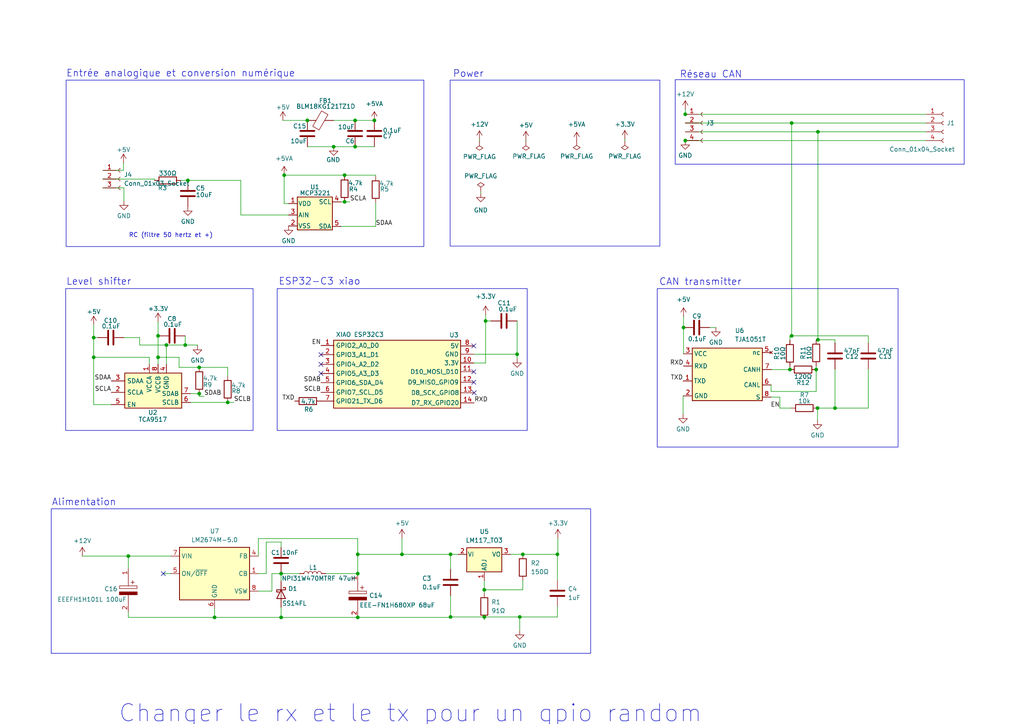
<source format=kicad_sch>
(kicad_sch (version 20230121) (generator eeschema)
  (paper "A4")
  (title_block (title "Formule SAE module CAN SCH") (date "2024-02-26") (rev "1.0") (company "Cégep de Sherbrooke") (comment 1 "Carl-Dominic Aubin") (comment 2 "Mamoune Benmensour"))
  (lib_symbols
    (symbol "Analog_ADC:MCP3201" (pin_names (offset 0.762))
      (property "Reference" "U2" (at 1.778 -6.35 0))
      (property "Value" "TCA9517" (at 1.778 -8.382 0))
      (symbol "MCP3201_0_0"
        (polyline (pts (xy -6.35 0) (xy -6.35 5.08) (xy 10.16 5.08) (xy 10.16 -5.08) (xy -6.35 -5.08) (xy -6.35 0)) (stroke (width 0.254)) (fill (type background)))
      )
      (symbol "MCP3201_1_1"
        (pin input line (at 0.762 7.62 270) (length 2.54) (name "VCCA") (number "1"))
        (pin input line (at -10.287 -0.508 0) (length 3.81) (name "SCLA") (number "2"))
        (pin input line (at -10.287 2.794 0) (length 3.81) (name "SDAA") (number "3"))
        (pin input line (at 5.715 7.62 270) (length 2.54) (name "GND") (number "4"))
        (pin input line (at -10.287 -4.064 0) (length 3.81) (name "EN") (number "5"))
        (pin output line (at 12.7 -3.429 180) (length 2.54) (name "SCLB") (number "6"))
        (pin output line (at 12.7 -0.889 180) (length 2.54) (name "SDAB") (number "7"))
        (pin input line (at 3.302 7.62 270) (length 2.54) (name "VCCB") (number "8"))
      )
    )
    (symbol "Conn_01x03_Socket_1" (pin_names (offset 1.016) hide)
      (property "Reference" "J" (at 0 5.08 0))
      (property "Value" "Conn_01x03_Socket" (at 0 -5.08 0))
      (symbol "Conn_01x03_Socket_1_1_1"
        (arc (start 0 -2.032) (mid -0.5058 -2.54) (end 0 -3.048) (stroke (width 0.1524)))
        (polyline (pts (xy -1.27 -2.54) (xy -0.508 -2.54)) (stroke (width 0.1524)))
        (polyline (pts (xy -1.27 0) (xy -0.508 0)) (stroke (width 0.1524)))
        (polyline (pts (xy -1.27 2.54) (xy -0.508 2.54)) (stroke (width 0.1524)))
        (arc (start 0 0.508) (mid -0.5058 0) (end 0 -0.508) (stroke (width 0.1524)))
        (arc (start 0 3.048) (mid -0.5058 2.54) (end 0 2.032) (stroke (width 0.1524)))
        (pin passive line (at -5.08 2.54 0) (length 3.81) (name "Pin_1") (number "1"))
        (pin passive line (at -5.08 0 0) (length 3.81) (name "Pin_2") (number "2"))
        (pin passive line (at -5.08 -2.54 0) (length 3.81) (name "Pin_3") (number "3"))
      )
    )
    (symbol "Connector:Conn_01x04_Socket" (pin_names (offset 1.016) hide)
      (property "Reference" "J" (at 0 5.08 0))
      (property "Value" "Conn_01x04_Socket" (at 0 -7.62 0))
      (symbol "Conn_01x04_Socket_1_1"
        (arc (start 0 -4.572) (mid -0.5058 -5.08) (end 0 -5.588) (stroke (width 0.1524)))
        (arc (start 0 -2.032) (mid -0.5058 -2.54) (end 0 -3.048) (stroke (width 0.1524)))
        (polyline (pts (xy -1.27 -5.08) (xy -0.508 -5.08)) (stroke (width 0.1524)))
        (polyline (pts (xy -1.27 -2.54) (xy -0.508 -2.54)) (stroke (width 0.1524)))
        (polyline (pts (xy -1.27 0) (xy -0.508 0)) (stroke (width 0.1524)))
        (polyline (pts (xy -1.27 2.54) (xy -0.508 2.54)) (stroke (width 0.1524)))
        (arc (start 0 0.508) (mid -0.5058 0) (end 0 -0.508) (stroke (width 0.1524)))
        (arc (start 0 3.048) (mid -0.5058 2.54) (end 0 2.032) (stroke (width 0.1524)))
        (pin passive line (at -5.08 2.54 0) (length 3.81) (name "Pin_1") (number "1"))
        (pin passive line (at -5.08 0 0) (length 3.81) (name "Pin_2") (number "2"))
        (pin passive line (at -5.08 -2.54 0) (length 3.81) (name "Pin_3") (number "3"))
        (pin passive line (at -5.08 -5.08 0) (length 3.81) (name "Pin_4") (number "4"))
      )
    )
    (symbol "Device:C" (pin_numbers hide) (pin_names (offset 0.254))
      (property "Reference" "C" (at 0.635 2.54 0))
      (property "Value" "C" (at 0.635 -2.54 0))
      (symbol "C_0_1"
        (polyline (pts (xy -2.032 -0.762) (xy 2.032 -0.762)) (stroke (width 0.508)))
        (polyline (pts (xy -2.032 0.762) (xy 2.032 0.762)) (stroke (width 0.508)))
      )
      (symbol "C_1_1"
        (pin passive line (at 0 3.81 270) (length 2.794) (name "~") (number "1"))
        (pin passive line (at 0 -3.81 90) (length 2.794) (name "~") (number "2"))
      )
    )
    (symbol "Device:FerriteBead" (pin_numbers hide) (pin_names (offset 0))
      (property "Reference" "FB" (at -3.81 0.635 90))
      (property "Value" "FerriteBead" (at 3.81 0 90))
      (symbol "FerriteBead_0_1"
        (polyline (pts (xy 0 -1.27) (xy 0 -1.2192)))
        (polyline (pts (xy 0 1.27) (xy 0 1.2954)))
        (polyline (pts (xy -2.7686 0.4064) (xy -1.7018 2.2606) (xy 2.7686 -0.3048) (xy 1.6764 -2.159) (xy -2.7686 0.4064)))
      )
      (symbol "FerriteBead_1_1"
        (pin passive line (at 0 3.81 270) (length 2.54) (name "~") (number "1"))
        (pin passive line (at 0 -3.81 90) (length 2.54) (name "~") (number "2"))
      )
    )
    (symbol "Device:L" (pin_numbers hide) (pin_names (offset 1.016) hide)
      (property "Reference" "L" (at -1.27 0 90))
      (property "Value" "L" (at 1.905 0 90))
      (symbol "L_0_1"
        (arc (start 0 -2.54) (mid 0.6323 -1.905) (end 0 -1.27))
        (arc (start 0 -1.27) (mid 0.6323 -0.635) (end 0 0))
        (arc (start 0 0) (mid 0.6323 0.635) (end 0 1.27))
        (arc (start 0 1.27) (mid 0.6323 1.905) (end 0 2.54))
      )
      (symbol "L_1_1"
        (pin passive line (at 0 3.81 270) (length 1.27) (name "1") (number "1"))
        (pin passive line (at 0 -3.81 90) (length 1.27) (name "2") (number "2"))
      )
    )
    (symbol "Device:R" (pin_numbers hide) (pin_names (offset 0))
      (property "Reference" "R" (at 2.032 0 90))
      (property "Value" "R" (at 0 0 90))
      (symbol "R_0_1"
        (rectangle (start -1.016 -2.54) (end 1.016 2.54) (stroke (width 0.254)))
      )
      (symbol "R_1_1"
        (pin passive line (at 0 3.81 270) (length 1.27) (name "~") (number "1"))
        (pin passive line (at 0 -3.81 90) (length 1.27) (name "~") (number "2"))
      )
    )
    (symbol "Diode:1N5820" (pin_numbers hide) (pin_names (offset 1.016) hide)
      (property "Reference" "D" (at 0 2.54 0))
      (property "Value" "1N5820" (at 0 -2.54 0))
      (symbol "1N5820_0_1"
        (polyline (pts (xy 1.27 0) (xy -1.27 0)))
        (polyline (pts (xy 1.27 1.27) (xy 1.27 -1.27) (xy -1.27 0) (xy 1.27 1.27)) (stroke (width 0.254)))
        (polyline (pts (xy -1.905 0.635) (xy -1.905 1.27) (xy -1.27 1.27) (xy -1.27 -1.27) (xy -0.635 -1.27) (xy -0.635 -0.635)) (stroke (width 0.254)))
      )
      (symbol "1N5820_1_1"
        (pin passive line (at -3.81 0 0) (length 2.54) (name "K") (number "1"))
        (pin passive line (at 3.81 0 180) (length 2.54) (name "A") (number "2"))
      )
    )
    (symbol "EEEFH1H101L:EEEFH1H101L" (pin_names (offset 0.762))
      (property "Reference" "C" (at 8.89 6.35 0))
      (property "Value" "EEEFH1H101L" (at 8.89 3.81 0))
      (symbol "EEEFH1H101L_0_0"
        (pin passive line (at 0 0 0) (length 2.54) (name "~") (number "1"))
        (pin passive line (at 12.7 0 180) (length 2.54) (name "~") (number "2"))
      )
      (symbol "EEEFH1H101L_0_1"
        (polyline (pts (xy 2.54 0) (xy 5.08 0)) (stroke (width 0.1524)))
        (polyline (pts (xy 4.064 1.778) (xy 4.064 0.762)) (stroke (width 0.1524)))
        (polyline (pts (xy 4.572 1.27) (xy 3.556 1.27)) (stroke (width 0.1524)))
        (polyline (pts (xy 7.62 0) (xy 10.16 0)) (stroke (width 0.1524)))
        (polyline (pts (xy 5.08 2.54) (xy 5.08 -2.54) (xy 5.842 -2.54) (xy 5.842 2.54) (xy 5.08 2.54)) (stroke (width 0.1524)))
        (polyline (pts (xy 7.62 2.54) (xy 7.62 -2.54) (xy 6.858 -2.54) (xy 6.858 2.54) (xy 7.62 2.54)) (stroke (width 0.254)) (fill (type outline)))
      )
    )
    (symbol "MCU_Microchip_PIC16:PIC16F18344-xSL"
      (property "Reference" "U3" (at 11.557 -12.573 0))
      (property "Value" "XIAO ESP32C3" (at -21.336 -12.446 0))
      (symbol "PIC16F18344-xSL_1_1"
        (rectangle (start -21.971 -14.097) (end 14.859 -33.782) (stroke (width 0.254)) (fill (type background)))
        (pin bidirectional line (at -25.654 -15.621 0) (length 3.81) (name "GPIO2_A0_D0") (number "1"))
        (pin bidirectional line (at 18.669 -20.701 180) (length 3.81) (name "3.3V") (number "10"))
        (pin bidirectional line (at 18.669 -23.241 180) (length 3.81) (name "D10_MOSI_D10") (number "11"))
        (pin bidirectional line (at 18.669 -26.289 180) (length 3.81) (name "D9_MISO_GPIO9") (number "12"))
        (pin bidirectional line (at 18.796 -29.337 180) (length 3.81) (name "D8_SCK_GPIO8") (number "13"))
        (pin bidirectional line (at 18.796 -32.258 180) (length 3.81) (name "D7_RX_GPIO20") (number "14"))
        (pin bidirectional line (at -25.654 -18.288 0) (length 3.81) (name "GPIO3_A1_D1") (number "2"))
        (pin bidirectional line (at -25.654 -21.082 0) (length 3.81) (name "GPIO4_A2_D2") (number "3"))
        (pin bidirectional line (at -25.654 -23.749 0) (length 3.81) (name "GPIO5_A3_D3") (number "4"))
        (pin bidirectional line (at -25.654 -26.416 0) (length 3.81) (name "GPIO6_SDA_D4") (number "5"))
        (pin bidirectional line (at -25.654 -29.21 0) (length 3.81) (name "GPIO7_SCL_D5") (number "6"))
        (pin bidirectional line (at -25.654 -31.75 0) (length 3.81) (name "GPIO21_TX_D6") (number "7"))
        (pin bidirectional line (at 18.669 -15.748 180) (length 3.81) (name "5V") (number "8"))
        (pin bidirectional line (at 18.669 -18.161 180) (length 3.81) (name "GND") (number "9"))
      )
    )
    (symbol "Regulator_Controller:UC3842_SOIC8"
      (property "Reference" "U6" (at 2.1941 12.7 0))
      (property "Value" "TJA1051T" (at 2.1941 10.16 0))
      (symbol "UC3842_SOIC8_0_1"
        (rectangle (start -10.16 7.62) (end 10.16 -7.62) (stroke (width 0.254)) (fill (type background)))
      )
      (symbol "UC3842_SOIC8_1_1"
        (pin input line (at -12.827 -1.905 0) (length 2.54) (name "TXD") (number "1"))
        (pin power_in line (at -12.7 -6.223 0) (length 2.54) (name "GND") (number "2"))
        (pin power_in line (at -12.7 5.969 0) (length 2.54) (name "VCC") (number "3"))
        (pin input line (at -12.7 2.413 0) (length 2.54) (name "RXD") (number "4"))
        (pin no_connect line (at 12.7 6.35 180) (length 2.54) (name "nc") (number "5"))
        (pin output line (at 12.7 -3.048 180) (length 2.54) (name "CANL") (number "6"))
        (pin output line (at 12.827 1.397 180) (length 2.54) (name "CANH") (number "7"))
        (pin input line (at 12.7 -6.604 180) (length 2.54) (name "S") (number "8"))
      )
    )
    (symbol "Regulator_Linear:LD3985G27R_TSOT23" (pin_names (offset 0.254))
      (property "Reference" "U1" (at 0 7.366 0))
      (property "Value" "MCP3221" (at 0.127 5.588 0))
      (symbol "LD3985G27R_TSOT23_0_1"
        (rectangle (start -5.08 4.445) (end 5.08 -5.08) (stroke (width 0.254)) (fill (type background)))
      )
      (symbol "LD3985G27R_TSOT23_1_1"
        (pin input line (at -7.62 2.54 0) (length 2.54) (name "VDD") (number "1"))
        (pin input line (at -7.62 -3.937 0) (length 2.54) (name "VSS") (number "2"))
        (pin input line (at -7.62 -0.762 0) (length 2.54) (name "AIN") (number "3"))
        (pin input line (at 7.62 3.048 180) (length 2.54) (name "SCL") (number "4"))
        (pin input line (at 7.62 -4.064 180) (length 2.54) (name "SDA") (number "5"))
      )
    )
    (symbol "Regulator_Linear:LM117_TO3" (pin_names (offset 0.254))
      (property "Reference" "U5" (at 0 6.604 0))
      (property "Value" "LM117_TO3" (at 0 4.064 0))
      (symbol "LM117_TO3_0_1"
        (rectangle (start -5.08 1.905) (end 5.08 -5.08) (stroke (width 0.254)) (fill (type background)))
      )
      (symbol "LM117_TO3_1_1"
        (pin input line (at 0 -7.62 90) (length 2.54) (name "ADJ") (number "1"))
        (pin input line (at -7.62 0 0) (length 2.54) (name "VI") (number "2"))
        (pin input line (at 7.62 0 180) (length 2.54) (name "VO") (number "3"))
      )
    )
    (symbol "Regulator_Switching:LM2674M-5.0"
      (property "Reference" "U7" (at 0 12.319 0))
      (property "Value" "LM2674M-5.0" (at 0 9.779 0))
      (symbol "LM2674M-5.0_0_1"
        (rectangle (start -10.16 7.62) (end 10.16 -7.62) (stroke (width 0.254)) (fill (type background)))
      )
      (symbol "LM2674M-5.0_1_1"
        (pin input line (at 12.7 0 180) (length 2.54) (name "CB") (number "1"))
        (pin no_connect line (at -10.16 -2.54 0) (length 2.54) hide (name "NC") (number "2"))
        (pin no_connect line (at -10.16 -5.08 0) (length 2.54) hide (name "NC") (number "3"))
        (pin input line (at 12.7 5.08 180) (length 2.54) (name "FB") (number "4"))
        (pin input line (at -12.7 0 0) (length 2.54) (name "ON/~{OFF}") (number "5"))
        (pin input line (at 0 -10.16 90) (length 2.54) (name "GND") (number "6"))
        (pin input line (at -12.7 5.08 0) (length 2.54) (name "VIN") (number "7"))
        (pin output line (at 12.7 -5.08 180) (length 2.54) (name "VSW") (number "8"))
      )
    )
    (symbol "power:+12V" (power) (pin_names (offset 0))
      (property "Value" "+12V" (at 0 3.556 0))
      (symbol "+12V_0_1"
        (polyline (pts (xy -0.762 1.27) (xy 0 2.54)))
        (polyline (pts (xy 0 0) (xy 0 2.54)))
        (polyline (pts (xy 0 2.54) (xy 0.762 1.27)))
      )
      (symbol "+12V_1_1"
        (pin power_in line (at 0 0 90) (length 0) hide (name "+12V") (number "1"))
      )
    )
    (symbol "power:+3.3V" (power) (pin_names (offset 0))
      (property "Value" "+3.3V" (at 0 3.556 0))
      (symbol "+3.3V_0_1"
        (polyline (pts (xy -0.762 1.27) (xy 0 2.54)))
        (polyline (pts (xy 0 0) (xy 0 2.54)))
        (polyline (pts (xy 0 2.54) (xy 0.762 1.27)))
      )
      (symbol "+3.3V_1_1"
        (pin power_in line (at 0 0 90) (length 0) hide (name "+3.3V") (number "1"))
      )
    )
    (symbol "power:+5V" (power) (pin_names (offset 0))
      (property "Value" "+5V" (at 0 3.556 0))
      (symbol "+5V_0_1"
        (polyline (pts (xy -0.762 1.27) (xy 0 2.54)))
        (polyline (pts (xy 0 0) (xy 0 2.54)))
        (polyline (pts (xy 0 2.54) (xy 0.762 1.27)))
      )
      (symbol "+5V_1_1"
        (pin power_in line (at 0 0 90) (length 0) hide (name "+5V") (number "1"))
      )
    )
    (symbol "power:+5VA" (power) (pin_names (offset 0))
      (property "Value" "+5VA" (at 0 3.556 0))
      (symbol "+5VA_0_1"
        (polyline (pts (xy -0.762 1.27) (xy 0 2.54)))
        (polyline (pts (xy 0 0) (xy 0 2.54)))
        (polyline (pts (xy 0 2.54) (xy 0.762 1.27)))
      )
      (symbol "+5VA_1_1"
        (pin power_in line (at 0 0 90) (length 0) hide (name "+5VA") (number "1"))
      )
    )
    (symbol "power:GND" (power) (pin_names (offset 0))
      (property "Value" "GND" (at 0 -3.81 0))
      (symbol "GND_0_1"
        (polyline (pts (xy 0 0) (xy 0 -1.27) (xy 1.27 -1.27) (xy 0 -2.54) (xy -1.27 -1.27) (xy 0 -1.27)))
      )
      (symbol "GND_1_1"
        (pin power_in line (at 0 0 270) (length 0) hide (name "GND") (number "1"))
      )
    )
    (symbol "power:PWR_FLAG" (power) (pin_numbers hide) (pin_names (offset 0) hide)
      (property "Value" "PWR_FLAG" (at 0 3.81 0))
      (symbol "PWR_FLAG_0_0"
        (pin power_out line (at 0 0 90) (length 0) (name "pwr") (number "1"))
      )
      (symbol "PWR_FLAG_0_1"
        (polyline (pts (xy 0 0) (xy 0 1.27) (xy -1.016 1.905) (xy 0 2.54) (xy 1.016 1.905) (xy 0 1.27)))
      )
    )
  )
  (junction (at 229.108 107.188))
  (junction (at 198.755 33.147))
  (junction (at 89.154 34.925))
  (junction (at 116.586 160.782))
  (junction (at 198.247 94.996))
  (junction (at 103.759 166.37))
  (junction (at 57.785 106.553))
  (junction (at 237.236 98.552))
  (junction (at 57.785 114.173))
  (junction (at 102.997 34.925))
  (junction (at 103.759 179.07))
  (junction (at 62.23 179.07))
  (junction (at 140.462 178.943))
  (junction (at 81.534 179.07))
  (junction (at 140.843 93.091))
  (junction (at 229.616 97.409))
  (junction (at 99.949 50.8))
  (junction (at 27.178 103.632))
  (junction (at 27.178 97.917))
  (junction (at 151.638 160.782))
  (junction (at 96.774 42.545))
  (junction (at 82.423 50.8))
  (junction (at 149.987 102.743))
  (junction (at 45.847 103.632))
  (junction (at 81.534 166.37))
  (junction (at 53.721 100.076))
  (junction (at 161.671 160.782))
  (junction (at 150.749 178.943))
  (junction (at 102.997 42.545))
  (junction (at 236.728 107.188))
  (junction (at 103.759 160.782))
  (junction (at 242.189 118.364))
  (junction (at 54.483 52.324))
  (junction (at 37.211 161.29))
  (junction (at 45.847 97.409))
  (junction (at 130.683 178.943))
  (junction (at 229.616 35.687))
  (junction (at 99.949 58.547))
  (junction (at 48.26 100.076))
  (junction (at 237.236 38.227))
  (junction (at 198.755 40.767))
  (junction (at 140.462 171.069))
  (junction (at 66.04 116.713))
  (junction (at 108.585 34.925))
  (junction (at 130.683 160.782))
  (junction (at 237.109 118.364))
  (no_connect (at 137.541 113.919))
  (no_connect (at 93.091 108.331))
  (no_connect (at 137.414 107.823))
  (no_connect (at 93.091 102.87))
  (no_connect (at 137.414 110.871))
  (no_connect (at 137.414 100.33))
  (no_connect (at 47.371 166.37))
  (no_connect (at 93.091 105.664))
  (wire (pts (xy 37.211 161.29) (xy 37.211 164.846)))
  (wire (pts (xy 35.941 97.917) (xy 40.513 97.917)))
  (wire (pts (xy 62.23 176.53) (xy 62.23 179.07)))
  (wire (pts (xy 69.85 62.357) (xy 69.85 52.324)))
  (wire (pts (xy 46.101 97.409) (xy 45.847 97.409)))
  (wire (pts (xy 102.997 34.925) (xy 108.585 34.925)))
  (wire (pts (xy 140.462 171.069) (xy 151.638 171.069)))
  (wire (pts (xy 237.236 38.227) (xy 268.605 38.227)))
  (wire (pts (xy 130.683 179.07) (xy 130.683 178.943)))
  (wire (pts (xy 139.446 55.499) (xy 139.446 56.007)))
  (wire (pts (xy 108.966 51.181) (xy 108.966 50.8)))
  (wire (pts (xy 140.843 93.091) (xy 140.843 105.283)))
  (wire (pts (xy 140.843 91.313) (xy 140.843 93.091)))
  (wire (pts (xy 51.943 106.553) (xy 57.785 106.553)))
  (wire (pts (xy 78.867 171.45) (xy 78.867 166.37)))
  (wire (pts (xy 130.683 160.782) (xy 132.842 160.782)))
  (wire (pts (xy 35.941 54.483) (xy 29.845 54.483)))
  (wire (pts (xy 116.586 160.782) (xy 130.683 160.782)))
  (wire (pts (xy 198.247 114.808) (xy 198.12 114.808)))
  (wire (pts (xy 140.462 178.943) (xy 150.749 178.943)))
  (wire (pts (xy 74.93 156.21) (xy 103.759 156.21)))
  (wire (pts (xy 29.845 51.943) (xy 44.831 51.943)))
  (wire (pts (xy 44.831 51.943) (xy 44.831 52.324)))
  (wire (pts (xy 77.216 157.226) (xy 81.534 157.226)))
  (wire (pts (xy 236.728 106.172) (xy 236.728 107.188)))
  (wire (pts (xy 140.462 168.402) (xy 140.462 171.069)))
  (wire (pts (xy 116.586 156.083) (xy 116.586 160.782)))
  (wire (pts (xy 49.53 166.37) (xy 47.371 166.37)))
  (wire (pts (xy 27.178 117.348) (xy 27.178 103.632)))
  (wire (pts (xy 108.966 58.801) (xy 108.966 65.659)))
  (wire (pts (xy 181.229 40.386) (xy 181.229 40.894)))
  (wire (pts (xy 37.211 179.07) (xy 62.23 179.07)))
  (wire (pts (xy 130.683 178.943) (xy 130.683 172.72)))
  (wire (pts (xy 226.187 115.189) (xy 226.187 118.364)))
  (wire (pts (xy 198.247 94.996) (xy 198.247 102.616)))
  (wire (pts (xy 57.277 100.076) (xy 57.277 100.203)))
  (wire (pts (xy 51.943 106.553) (xy 51.943 103.632)))
  (wire (pts (xy 223.647 113.538) (xy 223.647 111.633)))
  (wire (pts (xy 148.082 160.782) (xy 151.638 160.782)))
  (wire (pts (xy 130.683 165.1) (xy 130.683 160.782)))
  (wire (pts (xy 251.841 97.409) (xy 229.616 97.409)))
  (wire (pts (xy 53.721 97.409) (xy 53.721 100.076)))
  (wire (pts (xy 67.818 116.713) (xy 66.04 116.713)))
  (wire (pts (xy 237.109 121.92) (xy 237.109 118.364)))
  (wire (pts (xy 103.759 156.21) (xy 103.759 160.782)))
  (wire (pts (xy 140.843 105.283) (xy 137.414 105.283)))
  (wire (pts (xy 48.26 100.076) (xy 53.721 100.076)))
  (wire (pts (xy 51.943 103.632) (xy 45.847 103.632)))
  (wire (pts (xy 229.616 35.687) (xy 268.605 35.687)))
  (wire (pts (xy 198.12 114.808) (xy 198.12 120.142)))
  (wire (pts (xy 27.178 103.632) (xy 43.307 103.632)))
  (wire (pts (xy 207.645 94.996) (xy 205.867 94.996)))
  (wire (pts (xy 96.774 42.545) (xy 102.997 42.545)))
  (wire (pts (xy 81.534 157.226) (xy 81.534 158.75)))
  (wire (pts (xy 74.93 166.37) (xy 77.216 166.37)))
  (wire (pts (xy 150.749 178.943) (xy 150.749 182.88)))
  (wire (pts (xy 161.671 175.895) (xy 161.671 178.943)))
  (wire (pts (xy 236.728 107.188) (xy 236.728 113.538)))
  (wire (pts (xy 74.93 161.29) (xy 74.93 156.21)))
  (wire (pts (xy 237.236 38.227) (xy 237.236 98.552)))
  (wire (pts (xy 69.85 52.324) (xy 54.483 52.324)))
  (wire (pts (xy 198.755 40.767) (xy 268.605 40.767)))
  (wire (pts (xy 161.798 160.782) (xy 161.671 160.782)))
  (wire (pts (xy 103.759 160.782) (xy 103.759 166.37)))
  (wire (pts (xy 142.367 93.091) (xy 140.843 93.091)))
  (wire (pts (xy 130.683 178.943) (xy 140.462 178.943)))
  (wire (pts (xy 161.798 156.083) (xy 161.798 160.782)))
  (wire (pts (xy 81.534 166.37) (xy 81.534 168.529)))
  (wire (pts (xy 103.759 160.782) (xy 116.586 160.782)))
  (wire (pts (xy 223.647 113.538) (xy 236.728 113.538)))
  (wire (pts (xy 98.933 65.659) (xy 108.966 65.659)))
  (wire (pts (xy 198.755 38.227) (xy 237.236 38.227)))
  (wire (pts (xy 35.814 47.244) (xy 35.814 49.403)))
  (wire (pts (xy 27.178 97.917) (xy 27.178 103.632)))
  (wire (pts (xy 150.749 178.943) (xy 161.671 178.943)))
  (wire (pts (xy 140.462 171.069) (xy 140.462 172.085)))
  (wire (pts (xy 45.847 97.409) (xy 45.847 103.632)))
  (wire (pts (xy 45.847 93.345) (xy 45.847 97.409)))
  (wire (pts (xy 229.489 118.364) (xy 226.187 118.364)))
  (wire (pts (xy 35.941 54.483) (xy 35.941 58.293)))
  (wire (pts (xy 82.423 50.8) (xy 99.949 50.8)))
  (wire (pts (xy 82.042 34.925) (xy 89.154 34.925)))
  (wire (pts (xy 198.755 33.147) (xy 268.605 33.147)))
  (wire (pts (xy 27.178 97.917) (xy 28.321 97.917)))
  (wire (pts (xy 151.638 171.069) (xy 151.638 168.402)))
  (wire (pts (xy 140.462 179.705) (xy 140.462 178.943)))
  (wire (pts (xy 251.841 118.364) (xy 242.189 118.364)))
  (wire (pts (xy 94.488 166.37) (xy 103.759 166.37)))
  (wire (pts (xy 237.109 118.364) (xy 242.189 118.364)))
  (wire (pts (xy 48.26 100.076) (xy 48.26 105.664)))
  (wire (pts (xy 66.04 109.093) (xy 66.04 106.553)))
  (wire (pts (xy 82.423 50.8) (xy 82.423 59.055)))
  (wire (pts (xy 99.949 50.8) (xy 108.966 50.8)))
  (wire (pts (xy 229.616 35.687) (xy 229.616 97.409)))
  (wire (pts (xy 152.527 40.64) (xy 152.527 41.021)))
  (wire (pts (xy 102.997 42.545) (xy 108.585 42.545)))
  (wire (pts (xy 229.616 97.409) (xy 229.108 97.409)))
  (wire (pts (xy 81.534 176.149) (xy 81.534 179.07)))
  (wire (pts (xy 83.693 62.357) (xy 69.85 62.357)))
  (wire (pts (xy 57.785 114.935) (xy 59.182 114.935)))
  (wire (pts (xy 53.721 100.076) (xy 57.277 100.076)))
  (wire (pts (xy 45.847 103.632) (xy 45.847 105.664)))
  (wire (pts (xy 101.473 58.547) (xy 99.949 58.547)))
  (wire (pts (xy 27.178 117.348) (xy 32.258 117.348)))
  (wire (pts (xy 137.414 102.743) (xy 149.987 102.743)))
  (wire (pts (xy 198.755 35.687) (xy 229.616 35.687)))
  (wire (pts (xy 149.987 102.743) (xy 149.987 104.013)))
  (wire (pts (xy 161.671 168.275) (xy 161.671 160.782)))
  (wire (pts (xy 57.785 114.173) (xy 57.785 114.935)))
  (wire (pts (xy 242.189 99.441) (xy 242.189 98.552)))
  (wire (pts (xy 40.513 100.076) (xy 48.26 100.076)))
  (wire (pts (xy 198.755 31.75) (xy 198.755 33.147)))
  (wire (pts (xy 57.785 114.173) (xy 55.245 114.173)))
  (wire (pts (xy 198.247 91.821) (xy 198.247 94.996)))
  (wire (pts (xy 77.216 166.37) (xy 77.216 157.226)))
  (wire (pts (xy 229.108 106.299) (xy 229.108 107.188)))
  (wire (pts (xy 251.841 107.061) (xy 251.841 118.364)))
  (wire (pts (xy 66.04 106.553) (xy 57.785 106.553)))
  (wire (pts (xy 52.451 52.324) (xy 54.483 52.324)))
  (wire (pts (xy 149.987 93.091) (xy 149.987 102.743)))
  (wire (pts (xy 23.876 161.29) (xy 37.211 161.29)))
  (wire (pts (xy 37.211 179.07) (xy 37.211 177.546)))
  (wire (pts (xy 229.108 97.409) (xy 229.108 98.679)))
  (wire (pts (xy 40.513 97.917) (xy 40.513 100.076)))
  (wire (pts (xy 103.759 179.07) (xy 130.683 179.07)))
  (wire (pts (xy 27.178 94.234) (xy 27.178 97.917)))
  (wire (pts (xy 81.534 166.37) (xy 86.868 166.37)))
  (wire (pts (xy 242.189 107.061) (xy 242.189 118.364)))
  (wire (pts (xy 161.671 160.782) (xy 151.638 160.782)))
  (wire (pts (xy 89.154 42.545) (xy 96.774 42.545)))
  (wire (pts (xy 43.307 103.632) (xy 43.307 105.664)))
  (wire (pts (xy 251.841 99.441) (xy 251.841 97.409)))
  (wire (pts (xy 223.774 107.188) (xy 229.108 107.188)))
  (wire (pts (xy 139.065 40.513) (xy 139.065 41.021)))
  (wire (pts (xy 237.236 98.552) (xy 236.728 98.552)))
  (wire (pts (xy 99.949 58.547) (xy 98.933 58.547)))
  (wire (pts (xy 81.534 179.07) (xy 103.759 179.07)))
  (wire (pts (xy 66.04 116.713) (xy 55.245 116.713)))
  (wire (pts (xy 223.647 115.189) (xy 226.187 115.189)))
  (wire (pts (xy 99.949 50.8) (xy 99.949 50.927)))
  (wire (pts (xy 82.423 59.055) (xy 83.693 59.055)))
  (wire (pts (xy 62.23 179.07) (xy 81.534 179.07)))
  (wire (pts (xy 78.867 166.37) (xy 81.534 166.37)))
  (wire (pts (xy 37.211 161.29) (xy 49.53 161.29)))
  (wire (pts (xy 242.189 98.552) (xy 237.236 98.552)))
  (wire (pts (xy 74.93 171.45) (xy 78.867 171.45)))
  (wire (pts (xy 102.997 34.925) (xy 96.774 34.925)))
  (wire (pts (xy 35.814 49.403) (xy 29.845 49.403)))
  (rectangle (start 130.556 23.241) (end 191.389 71.374))
  (rectangle (start 19.177 23.241) (end 122.936 71.501))
  (rectangle (start 190.627 83.693) (end 260.477 129.667))
  (rectangle (start 19.05 83.693) (end 73.406 124.841))
  (rectangle (start 195.834 23.114) (end 279.654 47.625))
  (rectangle (start 14.859 147.574) (end 171.323 189.484))
  (rectangle (start 80.391 83.693) (end 152.908 124.841))
  (text "Changer le rx et le tx pour un gpio random \nhttps://www.google.com/search?sca_esv=b6ab\n7d9e5410acba&q=esp32+tja1051+schematic&tbm\n=isch&source=lnms&sa=X&ved=2ahUKEwi4x6Kqpsm\nEAxVUE1kFHTseAYkQ0pQJegQICxAB&biw=1536&bih=\n711&dpr=1.25#imgrc=Fj9Knx-6niDcOM" (at 34.29 250.19 0) (effects (font (size 5 5)) (justify left bottom)))
  (text "Alimentation\n\n\n\n" (at 14.986 156.591 0) (effects (font (size 2 2)) (justify left bottom)))
  (text "Power\n\n\n\n\n" (at 131.318 35.56 0) (effects (font (size 2 2)) (justify left bottom)))
  (text "Entrée analogique et conversion numérique\n\n" (at 19.177 25.781 0) (effects (font (size 2 2)) (justify left bottom)))
  (text "ESP32-C3 xiao\n\n\n\n" (at 80.772 92.583 0) (effects (font (size 2 2)) (justify left bottom)))
  (text "RC (filtre 50 hertz et +)\n\n" (at 37.338 71.12 0) (effects (font (size 1.27 1.27)) (justify left bottom)))
  (text "Réseau CAN\n\n\n\n" (at 197.104 32.512 0) (effects (font (size 2 2)) (justify left bottom)))
  (text "Level shifter\n\n\n" (at 19.177 89.408 0) (effects (font (size 2 2)) (justify left bottom)))
  (text "CAN transmitter\n\n\n\n" (at 191.135 92.71 0) (effects (font (size 2 2)) (justify left bottom)))
  (label "SCLB" (at 93.091 113.792 180))
  (label "SCLA" (at 101.473 58.547 0))
  (label "TXD" (at 198.12 110.49 180))
  (label "EN" (at 93.091 100.203 180))
  (label "EN" (at 226.187 118.364 180))
  (label "SDAB" (at 59.182 114.935 0))
  (label "RXD" (at 137.541 116.84 0))
  (label "SCLA" (at 32.258 113.792 180))
  (label "SDAB" (at 93.091 110.998 180))
  (label "SCLB" (at 67.818 116.713 0))
  (label "SDAA" (at 108.966 65.659 0))
  (label "SDAA" (at 32.258 110.49 180))
  (label "RXD" (at 198.247 106.172 180))
  (label "TXD" (at 85.471 116.332 180))
  (symbol (lib_id "power:+5VA") (at 108.585 34.925 0) (unit 1)
    (property "Reference" "#PWR025" (effects hide))
    (property "Value" "+5VA" (at 108.585 30.099 0))
  )
  (symbol (lib_id "power:GND") (at 198.755 40.767 0) (unit 1)
    (property "Reference" "#PWR028" (effects hide))
    (property "Value" "GND" (at 198.755 45.085 0))
  )
  (symbol (lib_id "power:+12V") (at 23.876 161.29 0) (unit 1)
    (property "Reference" "#PWR022" (effects hide))
    (property "Value" "+12V" (at 23.876 156.845 0))
  )
  (symbol (lib_id "power:PWR_FLAG") (at 139.446 55.499 0) (unit 1)
    (property "Reference" "#FLG04" (effects hide))
    (property "Value" "PWR_FLAG" (at 139.446 51.054 0))
  )
  (symbol (lib_id "Device:C") (at 54.483 56.134 0) (unit 1)
    (property "Reference" "C5" (at 56.769 54.61 0) (effects (justify left)))
    (property "Value" "10uF" (at 56.769 56.515 0) (effects (justify left)))
    (property "Footprint" "Capacitor_SMD:C_0805_2012Metric_Pad1.18x1.45mm_HandSolder" (effects hide))
  )
  (symbol (lib_id "Device:C") (at 89.154 38.735 0) (unit 1)
    (property "Reference" "C15" (at 84.963 36.576 0) (effects (justify left)))
    (property "Value" "10uF" (at 84.201 40.894 0) (effects (justify left)))
    (property "Footprint" "Capacitor_SMD:C_0805_2012Metric_Pad1.18x1.45mm_HandSolder" (effects hide))
  )
  (symbol (lib_id "Device:R") (at 229.108 102.489 180) (unit 1)
    (property "Reference" "R10" (at 225.298 102.489 90))
    (property "Value" "10Ω" (at 227.076 102.489 90))
    (property "Footprint" "Capacitor_SMD:C_0805_2012Metric_Pad1.18x1.45mm_HandSolder" (effects hide))
  )
  (symbol (lib_id "Device:L") (at 90.678 166.37 90) (unit 1)
    (property "Reference" "L1" (at 90.805 164.592 90))
    (property "Value" "NPI31W470MTRF 47uH" (at 92.456 167.767 90))
    (property "Footprint" "Inductor_SMD:L_Bourns-SRR1005" (effects hide))
  )
  (symbol (lib_id "power:GND") (at 96.774 42.545 0) (unit 1)
    (property "Reference" "#PWR012" (effects hide))
    (property "Value" "GND" (at 96.647 46.355 0))
  )
  (symbol (lib_id "Regulator_Switching:LM2674M-5.0") (at 62.23 166.37 0) (unit 1)
    (property "Reference" "U7" (at 62.23 154.051 0))
    (property "Value" "LM2674M-5.0" (at 62.23 156.591 0))
    (property "Footprint" "Package_SO:SOIC-8_3.9x4.9mm_P1.27mm" (effects hide))
    (property "Datasheet" "http://www.ti.com/lit/ds/symlink/lm2674.pdf" (effects hide))
  )
  (symbol (lib_id "EEEFH1H101L:EEEFH1H101L") (at 37.211 164.846 270) (unit 1)
    (property "Reference" "C16" (at 30.226 170.815 90) (effects (justify left)))
    (property "Value" "EEEFH1H101L 100uF" (at 16.637 173.863 90) (effects (justify left)))
    (property "Footprint" "KiCad:EEETC1V470P" (effects hide))
    (property "Datasheet" "http://industrial.panasonic.com/cdbs/www-data/pdf/RDE0000/ast-ind-166561.pdf" (effects hide))
    (property "Description" "Aluminium Electroyltic Capacitor, Radial" (effects hide))
    (property "Manufacturer_Name" "Panasonic" (effects hide))
    (property "Manufacturer_Part_Number" "EEEFH1H101L" (effects hide))
  )
  (symbol (lib_id "Diode:1N5820") (at 81.534 172.339 270) (unit 1)
    (property "Reference" "D1" (at 83.566 170.7515 90) (effects (justify left)))
    (property "Value" "SS14FL" (at 81.788 175.006 90) (effects (justify left)))
    (property "Footprint" "Diode_SMD:D_SOD-123F" (effects hide))
    (property "Datasheet" "http://www.vishay.com/docs/88526/1n5820.pdf" (effects hide))
  )
  (symbol (lib_id "power:PWR_FLAG") (at 181.229 40.894 180) (unit 1)
    (property "Reference" "#FLG03" (effects hide))
    (property "Value" "PWR_FLAG" (at 181.229 45.339 0))
  )
  (symbol (lib_id "power:GND") (at 139.446 56.007 0) (unit 1)
    (property "Reference" "#PWR020" (effects hide))
    (property "Value" "GND" (at 139.446 60.96 0))
  )
  (symbol (lib_id "power:+3.3V") (at 45.847 93.345 0) (unit 1)
    (property "Reference" "#PWR05" (effects hide))
    (property "Value" "+3.3V" (at 45.847 89.535 0))
  )
  (symbol (lib_id "Connector:Conn_01x04_Socket") (at 203.835 35.687 0) (unit 1)
    (property "Reference" "J3" (at 204.724 35.687 0) (effects (justify left)))
    (property "Value" "Conn_01x04_Socket" (effects hide))
    (property "Footprint" "Connector_PinSocket_2.54mm:PinSocket_1x04_P2.54mm_Vertical" (effects hide))
  )
  (symbol (lib_id "Device:R") (at 232.918 107.188 270) (unit 1)
    (property "Reference" "R12" (at 232.918 110.998 90))
    (property "Value" "120Ω" (at 232.918 109.22 90))
    (property "Footprint" "Capacitor_SMD:C_0805_2012Metric_Pad1.18x1.45mm_HandSolder" (effects hide))
  )
  (symbol (lib_id "Device:R") (at 236.728 102.362 180) (unit 1)
    (property "Reference" "R11" (at 232.918 102.362 90))
    (property "Value" "10Ω" (at 234.696 102.362 90))
    (property "Footprint" "Capacitor_SMD:C_0805_2012Metric_Pad1.18x1.45mm_HandSolder" (effects hide))
  )
  (symbol (lib_id "power:GND") (at 207.645 94.996 0) (unit 1)
    (property "Reference" "#PWR016" (effects hide))
    (property "Value" "GND" (at 207.645 99.314 0))
  )
  (symbol (lib_id "Device:C") (at 81.534 162.56 180) (unit 1)
    (property "Reference" "C1" (at 81.28 160.274 0) (effects (justify left)))
    (property "Value" "10nF" (at 86.614 160.274 0) (effects (justify left)))
    (property "Footprint" "Capacitor_SMD:C_0805_2012Metric_Pad1.18x1.45mm_HandSolder" (effects hide))
  )
  (symbol (lib_id "power:+3.3V") (at 140.843 91.313 0) (unit 1)
    (property "Reference" "#PWR014" (effects hide))
    (property "Value" "+3.3V" (at 140.843 85.979 0))
  )
  (symbol (lib_id "Device:R") (at 48.641 52.324 90) (unit 1)
    (property "Reference" "R3" (at 47.117 54.483 90))
    (property "Value" "330Ω" (at 48.641 50.292 90))
    (property "Footprint" "Capacitor_SMD:C_0805_2012Metric_Pad1.18x1.45mm_HandSolder" (effects hide))
  )
  (symbol (lib_id "power:+12V") (at 139.065 40.513 0) (unit 1)
    (property "Reference" "#PWR018" (effects hide))
    (property "Value" "+12V" (at 139.065 36.068 0))
  )
  (symbol (lib_id "power:GND") (at 54.483 59.944 0) (unit 1)
    (property "Reference" "#PWR08" (effects hide))
    (property "Value" "GND" (at 54.483 64.262 0))
  )
  (symbol (lib_id "power:GND") (at 35.941 58.293 0) (unit 1)
    (property "Reference" "#PWR01" (effects hide))
    (property "Value" "GND" (at 35.941 62.611 0))
  )
  (symbol (lib_id "Analog_ADC:MCP3201") (at 42.545 113.284 0) (unit 1)
    (property "Reference" "U2" (at 44.323 119.634 0))
    (property "Value" "TCA9517" (at 44.323 121.666 0))
    (property "Footprint" "Package_SO:SOIC-8_3.9x4.9mm_P1.27mm" (effects hide))
    (property "Datasheet" "http://ww1.microchip.com/downloads/en/DeviceDoc/21290D.pdf" (effects hide))
  )
  (symbol (lib_id "power:GND") (at 198.12 120.142 0) (unit 1)
    (property "Reference" "#PWR09" (effects hide))
    (property "Value" "GND" (at 198.12 124.46 0))
  )
  (symbol (lib_id "Connector:Conn_01x04_Socket") (at 273.685 35.687 0) (unit 1)
    (property "Reference" "J1" (at 274.574 35.687 0) (effects (justify left)))
    (property "Value" "Conn_01x04_Socket" (at 257.937 43.307 0) (effects (justify left)))
    (property "Footprint" "Connector_PinSocket_2.54mm:PinSocket_1x04_P2.54mm_Vertical" (effects hide))
  )
  (symbol (lib_id "Device:R") (at 233.299 118.364 90) (unit 1)
    (property "Reference" "R7" (at 233.299 114.554 90))
    (property "Value" "10k" (at 233.299 116.332 90))
    (property "Footprint" "Capacitor_SMD:C_0805_2012Metric_Pad1.18x1.45mm_HandSolder" (effects hide))
  )
  (symbol (lib_id "power:GND") (at 237.109 121.92 0) (unit 1)
    (property "Reference" "#PWR011" (effects hide))
    (property "Value" "GND" (at 237.109 126.238 0))
  )
  (symbol (lib_id "power:+5V") (at 35.814 47.244 0) (unit 1)
    (property "Reference" "#PWR013" (effects hide))
    (property "Value" "+5V" (at 35.814 43.434 0))
  )
  (symbol (lib_id "power:PWR_FLAG") (at 152.527 41.021 180) (unit 1)
    (property "Reference" "#FLG02" (effects hide))
    (property "Value" "PWR_FLAG" (at 153.416 45.339 0))
  )
  (symbol (lib_id "Device:R") (at 99.949 54.737 180) (unit 1)
    (property "Reference" "R4" (at 102.489 54.864 0))
    (property "Value" "4.7k" (at 103.124 53.086 0))
    (property "Footprint" "Capacitor_SMD:C_0805_2012Metric_Pad1.18x1.45mm_HandSolder" (effects hide))
  )
  (symbol (lib_id "power:PWR_FLAG") (at 139.065 41.021 180) (unit 1)
    (property "Reference" "#FLG01" (effects hide))
    (property "Value" "PWR_FLAG" (at 139.065 45.466 0))
  )
  (symbol (lib_id "Device:C") (at 108.585 38.735 0) (unit 1)
    (property "Reference" "C7" (at 110.998 39.497 0) (effects (justify left)))
    (property "Value" "0.1uF" (at 110.998 37.846 0) (effects (justify left)))
    (property "Footprint" "Capacitor_SMD:C_0805_2012Metric_Pad1.18x1.45mm_HandSolder" (effects hide))
  )
  (symbol (lib_id "EEEFH1H101L:EEEFH1H101L") (at 103.759 166.37 270) (unit 1)
    (property "Reference" "C14" (at 107.061 172.72 90) (effects (justify left)))
    (property "Value" "\n\nEEE-FN1H680XP 68uF" (at 104.267 173.482 90) (effects (justify left)))
    (property "Footprint" "Capacitor_SMD:CP_Elec_8x6.9" (effects hide))
    (property "Datasheet" "http://industrial.panasonic.com/cdbs/www-data/pdf/RDE0000/ast-ind-166561.pdf" (effects hide))
    (property "Description" "Aluminium Electroyltic Capacitor, Radial" (effects hide))
    (property "Manufacturer_Name" "Panasonic" (effects hide))
    (property "Manufacturer_Part_Number" "EEEFH1H101L" (effects hide))
  )
  (symbol (lib_id "power:GND") (at 57.277 100.203 0) (unit 1)
    (property "Reference" "#PWR02" (effects hide))
    (property "Value" "GND" (at 57.277 104.521 0))
  )
  (symbol (lib_id "MCU_Microchip_PIC16:PIC16F18344-xSL") (at 118.745 84.582 0) (unit 1)
    (property "Reference" "U3" (at 130.302 97.155 0) (effects (justify left)))
    (property "Value" "XIAO ESP32C3" (at 97.409 97.028 0) (effects (justify left)))
    (property "Footprint" "Library:xiao esp32-c3" (effects hide))
    (property "Datasheet" "http://ww1.microchip.com/downloads/en/devicedoc/40001800c.pdf" (effects hide))
  )
  (symbol (lib_id "power:+12V") (at 198.755 31.75 0) (unit 1)
    (property "Reference" "#PWR027" (effects hide))
    (property "Value" "+12V" (at 198.755 27.305 0))
  )
  (symbol (lib_id "power:+5V") (at 198.247 91.821 0) (unit 1)
    (property "Reference" "#PWR010" (effects hide))
    (property "Value" "+5V" (at 198.247 86.868 0))
  )
  (symbol (lib_id "power:+5VA") (at 82.423 50.8 0) (unit 1)
    (property "Reference" "#PWR024" (effects hide))
    (property "Value" "+5VA" (at 82.423 45.974 0))
  )
  (symbol (lib_id "power:+5V") (at 82.042 34.925 0) (unit 1)
    (property "Reference" "#PWR017" (effects hide))
    (property "Value" "+5V" (at 82.042 31.115 0))
  )
  (symbol (lib_name "Conn_01x03_Socket_1") (lib_id "Connector:Conn_01x03_Socket") (at 34.925 51.943 0) (unit 1)
    (property "Reference" "J4" (at 35.941 50.673 0) (effects (justify left)))
    (property "Value" "Conn_01x03_Socket" (at 35.941 53.213 0) (effects (justify left)))
    (property "Footprint" "Connector_PinSocket_2.54mm:PinSocket_1x03_P2.54mm_Vertical" (effects hide))
  )
  (symbol (lib_id "Device:C") (at 49.911 97.409 270) (unit 1)
    (property "Reference" "C8" (at 48.514 92.456 90) (effects (justify left)))
    (property "Value" "0.1uF" (at 47.371 94.107 90) (effects (justify left)))
    (property "Footprint" "Capacitor_SMD:C_0805_2012Metric_Pad1.18x1.45mm_HandSolder" (effects hide))
  )
  (symbol (lib_id "Device:C") (at 161.671 172.085 0) (unit 1)
    (property "Reference" "C4" (at 164.719 170.815 0) (effects (justify left)))
    (property "Value" "1uF" (at 164.719 173.355 0) (effects (justify left)))
    (property "Footprint" "Capacitor_SMD:C_0805_2012Metric_Pad1.18x1.45mm_HandSolder" (effects hide))
  )
  (symbol (lib_id "Regulator_Controller:UC3842_SOIC8") (at 210.947 108.585 0) (unit 1)
    (property "Reference" "U6" (at 213.1411 95.885 0) (effects (justify left)))
    (property "Value" "TJA1051T" (at 213.1411 98.425 0) (effects (justify left)))
    (property "Footprint" "Package_SO:SOIC-8_3.9x4.9mm_P1.27mm" (effects hide))
    (property "Datasheet" "http://www.ti.com/lit/ds/symlink/uc3842.pdf" (effects hide))
  )
  (symbol (lib_id "Device:C") (at 251.841 103.251 180) (unit 1)
    (property "Reference" "C13" (at 258.699 103.378 0) (effects (justify left)))
    (property "Value" "47pF" (at 259.207 101.727 0) (effects (justify left)))
    (property "Footprint" "Capacitor_SMD:C_0805_2012Metric_Pad1.18x1.45mm_HandSolder" (effects hide))
  )
  (symbol (lib_id "power:+5VA") (at 167.259 40.894 0) (unit 1)
    (property "Reference" "#PWR026" (effects hide))
    (property "Value" "+5VA" (at 167.259 36.068 0))
  )
  (symbol (lib_id "power:PWR_FLAG") (at 167.259 40.894 180) (unit 1)
    (property "Reference" "#FLG05" (effects hide))
    (property "Value" "PWR_FLAG" (at 167.259 45.339 0))
  )
  (symbol (lib_id "Regulator_Linear:LD3985G27R_TSOT23") (at 91.313 61.595 0) (unit 1)
    (property "Reference" "U1" (at 91.313 54.229 0))
    (property "Value" "MCP3221" (at 91.44 56.007 0))
    (property "Footprint" "Package_TO_SOT_SMD:TSOT-23-5" (effects hide))
    (property "Datasheet" "http://www.st.com/internet/com/TECHNICAL_RESOURCES/TECHNICAL_LITERATURE/DATASHEET/CD00003395.pdf" (effects hide))
  )
  (symbol (lib_id "Regulator_Linear:LM117_TO3") (at 140.462 160.782 0) (unit 1)
    (property "Reference" "U5" (at 140.462 154.178 0))
    (property "Value" "LM117_TO3" (at 140.462 156.718 0))
    (property "Footprint" "Package_TO_SOT_SMD:SOT-223-3_TabPin2" (effects hide))
    (property "Datasheet" "http://www.ti.com/lit/ds/symlink/lm317.pdf" (effects hide))
  )
  (symbol (lib_id "Device:R") (at 140.462 175.895 0) (unit 1)
    (property "Reference" "R1" (at 142.494 174.625 0) (effects (justify left)))
    (property "Value" "91Ω" (at 142.494 177.165 0) (effects (justify left)))
    (property "Footprint" "Capacitor_SMD:C_0805_2012Metric_Pad1.18x1.45mm_HandSolder" (effects hide))
  )
  (symbol (lib_id "power:+5V") (at 27.178 94.234 0) (unit 1)
    (property "Reference" "#PWR03" (effects hide))
    (property "Value" "+5V" (at 27.178 90.424 0))
  )
  (symbol (lib_id "power:GND") (at 83.693 65.532 0) (unit 1)
    (property "Reference" "#PWR04" (effects hide))
    (property "Value" "GND" (at 83.693 69.85 0))
  )
  (symbol (lib_id "Device:C") (at 130.683 168.91 0) (unit 1)
    (property "Reference" "C3" (at 122.428 167.767 0) (effects (justify left)))
    (property "Value" "0.1uF" (at 122.428 170.307 0) (effects (justify left)))
    (property "Footprint" "Capacitor_SMD:C_0805_2012Metric_Pad1.18x1.45mm_HandSolder" (effects hide))
  )
  (symbol (lib_id "Device:R") (at 108.966 54.991 180) (unit 1)
    (property "Reference" "R5" (at 111.506 54.864 0))
    (property "Value" "4.7k" (at 112.141 53.213 0))
    (property "Footprint" "Capacitor_SMD:C_0805_2012Metric_Pad1.18x1.45mm_HandSolder" (effects hide))
  )
  (symbol (lib_id "Device:R") (at 151.638 164.592 0) (unit 1)
    (property "Reference" "R2" (at 153.924 163.322 0) (effects (justify left)))
    (property "Value" "150Ω" (at 153.924 165.862 0) (effects (justify left)))
    (property "Footprint" "Capacitor_SMD:C_0805_2012Metric_Pad1.18x1.45mm_HandSolder" (effects hide))
  )
  (symbol (lib_id "Device:C") (at 102.997 38.735 180) (unit 1)
    (property "Reference" "C6" (at 102.87 40.894 0) (effects (justify left)))
    (property "Value" "10uF" (at 102.87 36.83 0) (effects (justify left)))
    (property "Footprint" "Capacitor_SMD:C_0805_2012Metric_Pad1.18x1.45mm_HandSolder" (effects hide))
  )
  (symbol (lib_id "Device:R") (at 66.04 112.903 180) (unit 1)
    (property "Reference" "R8" (at 68.453 113.411 0))
    (property "Value" "4.7k" (at 69.215 111.76 0))
    (property "Footprint" "Capacitor_SMD:C_0805_2012Metric_Pad1.18x1.45mm_HandSolder" (effects hide))
  )
  (symbol (lib_id "Device:C") (at 242.189 103.251 180) (unit 1)
    (property "Reference" "C12" (at 249.047 103.378 0) (effects (justify left)))
    (property "Value" "47pF" (at 249.555 101.727 0) (effects (justify left)))
    (property "Footprint" "Capacitor_SMD:C_0805_2012Metric_Pad1.18x1.45mm_HandSolder" (effects hide))
  )
  (symbol (lib_id "power:GND") (at 149.987 104.013 0) (unit 1)
    (property "Reference" "#PWR06" (effects hide))
    (property "Value" "GND" (at 149.987 108.331 0))
  )
  (symbol (lib_id "power:+3.3V") (at 181.229 40.386 0) (unit 1)
    (property "Reference" "#PWR021" (effects hide))
    (property "Value" "+3.3V" (at 181.229 36.068 0))
  )
  (symbol (lib_id "power:+5V") (at 152.527 40.64 0) (unit 1)
    (property "Reference" "#PWR019" (effects hide))
    (property "Value" "+5V" (at 152.527 36.322 0))
  )
  (symbol (lib_id "Device:C") (at 32.131 97.917 270) (unit 1)
    (property "Reference" "C10" (at 30.099 92.964 90) (effects (justify left)))
    (property "Value" "0.1uF" (at 29.464 94.615 90) (effects (justify left)))
    (property "Footprint" "Capacitor_SMD:C_0805_2012Metric_Pad1.18x1.45mm_HandSolder" (effects hide))
  )
  (symbol (lib_id "Device:FerriteBead") (at 92.964 34.925 90) (unit 1)
    (property "Reference" "FB1" (at 94.361 29.21 90))
    (property "Value" "BLM18KG121TZ1D" (at 94.488 30.861 90))
    (property "Footprint" "Capacitor_SMD:C_0402_1005Metric" (effects hide))
  )
  (symbol (lib_id "Device:R") (at 57.785 110.363 180) (unit 1)
    (property "Reference" "R9" (at 60.198 111.633 0))
    (property "Value" "4.7k" (at 60.96 109.728 0))
    (property "Footprint" "Capacitor_SMD:C_0805_2012Metric_Pad1.18x1.45mm_HandSolder" (effects hide))
  )
  (symbol (lib_id "Device:C") (at 146.177 93.091 270) (unit 1)
    (property "Reference" "C11" (at 144.272 87.884 90) (effects (justify left)))
    (property "Value" "0.1uF" (at 144.526 89.662 90) (effects (justify left)))
    (property "Footprint" "Capacitor_SMD:C_0805_2012Metric_Pad1.18x1.45mm_HandSolder" (effects hide))
  )
  (symbol (lib_id "Device:R") (at 89.281 116.332 90) (unit 1)
    (property "Reference" "R6" (at 89.535 118.745 90))
    (property "Value" "4.7k" (at 89.408 116.459 90))
    (property "Footprint" "Capacitor_SMD:C_0805_2012Metric_Pad1.18x1.45mm_HandSolder" (effects hide))
  )
  (symbol (lib_id "Device:C") (at 202.057 94.996 90) (unit 1)
    (property "Reference" "C9" (at 203.454 91.694 90) (effects (justify left)))
    (property "Value" "0.1uF" (at 204.978 98.298 90) (effects (justify left)))
    (property "Footprint" "Capacitor_SMD:C_0805_2012Metric_Pad1.18x1.45mm_HandSolder" (effects hide))
  )
  (symbol (lib_id "power:+3.3V") (at 161.798 156.083 0) (unit 1)
    (property "Reference" "#PWR015" (effects hide))
    (property "Value" "+3.3V" (at 161.798 151.765 0))
  )
  (symbol (lib_id "power:GND") (at 150.749 182.88 0) (unit 1)
    (property "Reference" "#PWR07" (effects hide))
    (property "Value" "GND" (at 150.749 187.198 0))
  )
  (symbol (lib_id "power:+5V") (at 116.586 156.083 0) (unit 1)
    (property "Reference" "#PWR023" (effects hide))
    (property "Value" "+5V" (at 116.586 151.765 0))
  )
)
</source>
